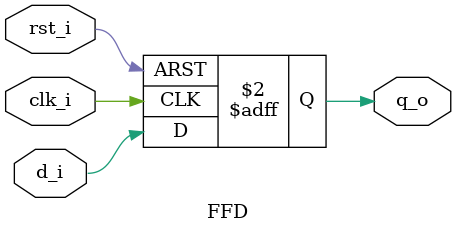
<source format=v>
/*
	Proyecto:		FDD
	Archivo:			FDD.v
	Descripcion: 	Descripcion de un Flip Flop D
	Asignatura:		DSD
	Profesor: 		Toño
	Equipo:			Alexis Haziel Bueno Aguilar
						Álvarez Hernández Gabriel Alexander
						Garcia Quiroz Gustavo Ivan
						Huesca Laureano Josue Alejandro
						Muñoz Valdivia Irving Omar
*/
module FFD(
	input d_i,
	input clk_i,
	input rst_i,
	output reg q_o
);
	//definicion de un flip flop D 
	always @(posedge clk_i, posedge rst_i)
	begin
		if (rst_i)
			q_o <=1'b0;
		else
			q_o <= d_i;
	end
endmodule
</source>
